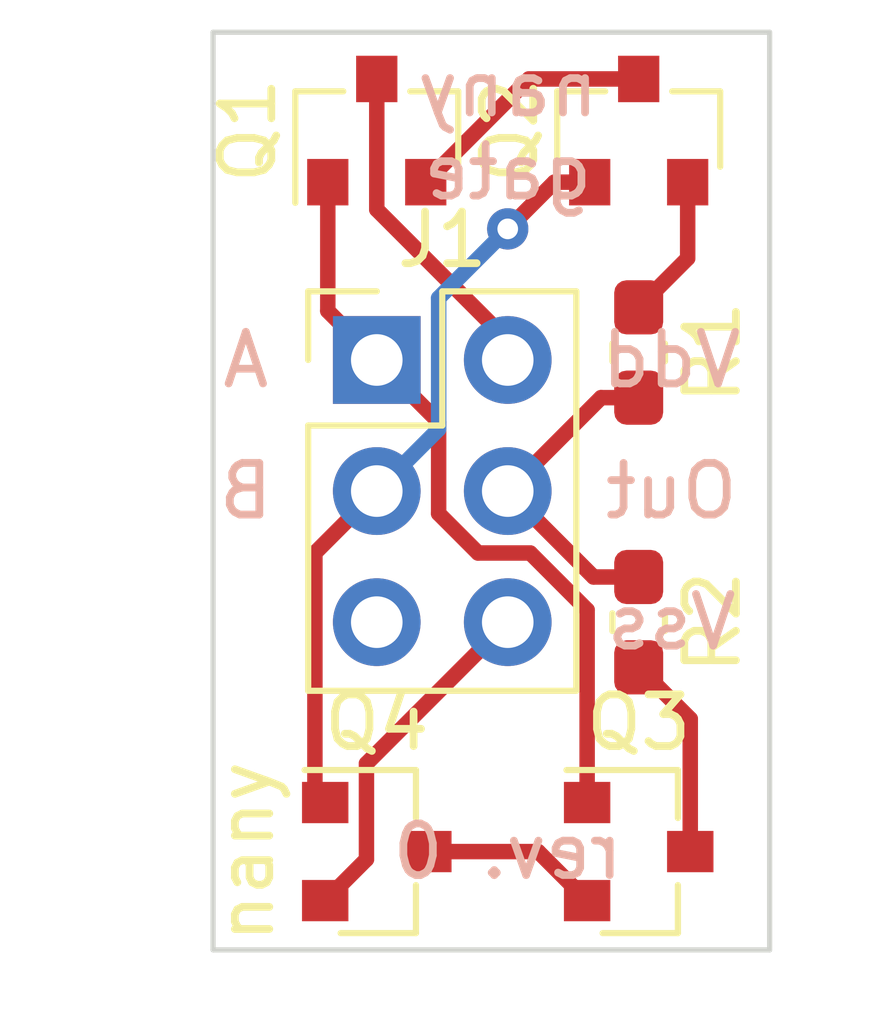
<source format=kicad_pcb>
(kicad_pcb (version 20171130) (host pcbnew 5.1.6)

  (general
    (thickness 1.6)
    (drawings 12)
    (tracks 36)
    (zones 0)
    (modules 7)
    (nets 11)
  )

  (page A4)
  (layers
    (0 F.Cu signal)
    (31 B.Cu signal)
    (32 B.Adhes user)
    (33 F.Adhes user)
    (34 B.Paste user)
    (35 F.Paste user)
    (36 B.SilkS user)
    (37 F.SilkS user)
    (38 B.Mask user)
    (39 F.Mask user)
    (40 Dwgs.User user)
    (41 Cmts.User user)
    (42 Eco1.User user)
    (43 Eco2.User user)
    (44 Edge.Cuts user)
    (45 Margin user)
    (46 B.CrtYd user)
    (47 F.CrtYd user)
    (48 B.Fab user)
    (49 F.Fab user)
  )

  (setup
    (last_trace_width 0.25)
    (user_trace_width 0.3)
    (trace_clearance 0.2)
    (zone_clearance 0.508)
    (zone_45_only no)
    (trace_min 0.2)
    (via_size 0.8)
    (via_drill 0.4)
    (via_min_size 0.4)
    (via_min_drill 0.3)
    (uvia_size 0.3)
    (uvia_drill 0.1)
    (uvias_allowed no)
    (uvia_min_size 0.2)
    (uvia_min_drill 0.1)
    (edge_width 0.05)
    (segment_width 0.2)
    (pcb_text_width 0.3)
    (pcb_text_size 1.5 1.5)
    (mod_edge_width 0.12)
    (mod_text_size 1 1)
    (mod_text_width 0.15)
    (pad_size 1.524 1.524)
    (pad_drill 0.762)
    (pad_to_mask_clearance 0.05)
    (aux_axis_origin 0 0)
    (visible_elements FFFFFF7F)
    (pcbplotparams
      (layerselection 0x010fc_ffffffff)
      (usegerberextensions false)
      (usegerberattributes true)
      (usegerberadvancedattributes true)
      (creategerberjobfile true)
      (excludeedgelayer true)
      (linewidth 0.100000)
      (plotframeref false)
      (viasonmask false)
      (mode 1)
      (useauxorigin false)
      (hpglpennumber 1)
      (hpglpenspeed 20)
      (hpglpendiameter 15.000000)
      (psnegative false)
      (psa4output false)
      (plotreference true)
      (plotvalue true)
      (plotinvisibletext false)
      (padsonsilk false)
      (subtractmaskfromsilk false)
      (outputformat 1)
      (mirror false)
      (drillshape 0)
      (scaleselection 1)
      (outputdirectory ""))
  )

  (net 0 "")
  (net 1 Vss)
  (net 2 "Net-(J1-Pad5)")
  (net 3 Out)
  (net 4 B)
  (net 5 Vdd)
  (net 6 A)
  (net 7 "Net-(Q1-Pad2)")
  (net 8 "Net-(Q2-Pad2)")
  (net 9 "Net-(Q3-Pad3)")
  (net 10 "Net-(Q3-Pad2)")

  (net_class Default "This is the default net class."
    (clearance 0.2)
    (trace_width 0.25)
    (via_dia 0.8)
    (via_drill 0.4)
    (uvia_dia 0.3)
    (uvia_drill 0.1)
    (add_net A)
    (add_net B)
    (add_net "Net-(J1-Pad5)")
    (add_net "Net-(Q1-Pad2)")
    (add_net "Net-(Q2-Pad2)")
    (add_net "Net-(Q3-Pad2)")
    (add_net "Net-(Q3-Pad3)")
    (add_net Out)
    (add_net Vdd)
    (add_net Vss)
  )

  (module Resistor_SMD:R_0603_1608Metric_Pad1.05x0.95mm_HandSolder (layer F.Cu) (tedit 5B301BBD) (tstamp 5FDEFD7A)
    (at 99.695 53.975 270)
    (descr "Resistor SMD 0603 (1608 Metric), square (rectangular) end terminal, IPC_7351 nominal with elongated pad for handsoldering. (Body size source: http://www.tortai-tech.com/upload/download/2011102023233369053.pdf), generated with kicad-footprint-generator")
    (tags "resistor handsolder")
    (path /5FDF3BDC)
    (attr smd)
    (fp_text reference R2 (at 0 -1.43 90) (layer F.SilkS)
      (effects (font (size 1 1) (thickness 0.15)))
    )
    (fp_text value 12k (at 0 1.43 90) (layer F.Fab)
      (effects (font (size 1 1) (thickness 0.15)))
    )
    (fp_line (start 1.65 0.73) (end -1.65 0.73) (layer F.CrtYd) (width 0.05))
    (fp_line (start 1.65 -0.73) (end 1.65 0.73) (layer F.CrtYd) (width 0.05))
    (fp_line (start -1.65 -0.73) (end 1.65 -0.73) (layer F.CrtYd) (width 0.05))
    (fp_line (start -1.65 0.73) (end -1.65 -0.73) (layer F.CrtYd) (width 0.05))
    (fp_line (start -0.171267 0.51) (end 0.171267 0.51) (layer F.SilkS) (width 0.12))
    (fp_line (start -0.171267 -0.51) (end 0.171267 -0.51) (layer F.SilkS) (width 0.12))
    (fp_line (start 0.8 0.4) (end -0.8 0.4) (layer F.Fab) (width 0.1))
    (fp_line (start 0.8 -0.4) (end 0.8 0.4) (layer F.Fab) (width 0.1))
    (fp_line (start -0.8 -0.4) (end 0.8 -0.4) (layer F.Fab) (width 0.1))
    (fp_line (start -0.8 0.4) (end -0.8 -0.4) (layer F.Fab) (width 0.1))
    (fp_text user %R (at 0 0 90) (layer F.Fab)
      (effects (font (size 0.4 0.4) (thickness 0.06)))
    )
    (pad 2 smd roundrect (at 0.875 0 270) (size 1.05 0.95) (layers F.Cu F.Paste F.Mask) (roundrect_rratio 0.25)
      (net 9 "Net-(Q3-Pad3)"))
    (pad 1 smd roundrect (at -0.875 0 270) (size 1.05 0.95) (layers F.Cu F.Paste F.Mask) (roundrect_rratio 0.25)
      (net 3 Out))
    (model ${KISYS3DMOD}/Resistor_SMD.3dshapes/R_0603_1608Metric.wrl
      (at (xyz 0 0 0))
      (scale (xyz 1 1 1))
      (rotate (xyz 0 0 0))
    )
  )

  (module Resistor_SMD:R_0603_1608Metric_Pad1.05x0.95mm_HandSolder (layer F.Cu) (tedit 5B301BBD) (tstamp 5FDEFD69)
    (at 99.695 48.75 270)
    (descr "Resistor SMD 0603 (1608 Metric), square (rectangular) end terminal, IPC_7351 nominal with elongated pad for handsoldering. (Body size source: http://www.tortai-tech.com/upload/download/2011102023233369053.pdf), generated with kicad-footprint-generator")
    (tags "resistor handsolder")
    (path /5FDF21BA)
    (attr smd)
    (fp_text reference R1 (at 0 -1.43 90) (layer F.SilkS)
      (effects (font (size 1 1) (thickness 0.15)))
    )
    (fp_text value 12k (at 0 1.43 90) (layer F.Fab)
      (effects (font (size 1 1) (thickness 0.15)))
    )
    (fp_line (start 1.65 0.73) (end -1.65 0.73) (layer F.CrtYd) (width 0.05))
    (fp_line (start 1.65 -0.73) (end 1.65 0.73) (layer F.CrtYd) (width 0.05))
    (fp_line (start -1.65 -0.73) (end 1.65 -0.73) (layer F.CrtYd) (width 0.05))
    (fp_line (start -1.65 0.73) (end -1.65 -0.73) (layer F.CrtYd) (width 0.05))
    (fp_line (start -0.171267 0.51) (end 0.171267 0.51) (layer F.SilkS) (width 0.12))
    (fp_line (start -0.171267 -0.51) (end 0.171267 -0.51) (layer F.SilkS) (width 0.12))
    (fp_line (start 0.8 0.4) (end -0.8 0.4) (layer F.Fab) (width 0.1))
    (fp_line (start 0.8 -0.4) (end 0.8 0.4) (layer F.Fab) (width 0.1))
    (fp_line (start -0.8 -0.4) (end 0.8 -0.4) (layer F.Fab) (width 0.1))
    (fp_line (start -0.8 0.4) (end -0.8 -0.4) (layer F.Fab) (width 0.1))
    (fp_text user %R (at 0 0 90) (layer F.Fab)
      (effects (font (size 0.4 0.4) (thickness 0.06)))
    )
    (pad 2 smd roundrect (at 0.875 0 270) (size 1.05 0.95) (layers F.Cu F.Paste F.Mask) (roundrect_rratio 0.25)
      (net 3 Out))
    (pad 1 smd roundrect (at -0.875 0 270) (size 1.05 0.95) (layers F.Cu F.Paste F.Mask) (roundrect_rratio 0.25)
      (net 8 "Net-(Q2-Pad2)"))
    (model ${KISYS3DMOD}/Resistor_SMD.3dshapes/R_0603_1608Metric.wrl
      (at (xyz 0 0 0))
      (scale (xyz 1 1 1))
      (rotate (xyz 0 0 0))
    )
  )

  (module Package_TO_SOT_SMD:SOT-23 (layer F.Cu) (tedit 5A02FF57) (tstamp 5FDEFD58)
    (at 94.615 58.42)
    (descr "SOT-23, Standard")
    (tags SOT-23)
    (path /5FDF9392)
    (attr smd)
    (fp_text reference Q4 (at 0 -2.5) (layer F.SilkS)
      (effects (font (size 1 1) (thickness 0.15)))
    )
    (fp_text value 2N7002 (at 0 2.5) (layer F.Fab)
      (effects (font (size 1 1) (thickness 0.15)))
    )
    (fp_line (start -0.7 -0.95) (end -0.7 1.5) (layer F.Fab) (width 0.1))
    (fp_line (start -0.15 -1.52) (end 0.7 -1.52) (layer F.Fab) (width 0.1))
    (fp_line (start -0.7 -0.95) (end -0.15 -1.52) (layer F.Fab) (width 0.1))
    (fp_line (start 0.7 -1.52) (end 0.7 1.52) (layer F.Fab) (width 0.1))
    (fp_line (start -0.7 1.52) (end 0.7 1.52) (layer F.Fab) (width 0.1))
    (fp_line (start 0.76 1.58) (end 0.76 0.65) (layer F.SilkS) (width 0.12))
    (fp_line (start 0.76 -1.58) (end 0.76 -0.65) (layer F.SilkS) (width 0.12))
    (fp_line (start -1.7 -1.75) (end 1.7 -1.75) (layer F.CrtYd) (width 0.05))
    (fp_line (start 1.7 -1.75) (end 1.7 1.75) (layer F.CrtYd) (width 0.05))
    (fp_line (start 1.7 1.75) (end -1.7 1.75) (layer F.CrtYd) (width 0.05))
    (fp_line (start -1.7 1.75) (end -1.7 -1.75) (layer F.CrtYd) (width 0.05))
    (fp_line (start 0.76 -1.58) (end -1.4 -1.58) (layer F.SilkS) (width 0.12))
    (fp_line (start 0.76 1.58) (end -0.7 1.58) (layer F.SilkS) (width 0.12))
    (fp_text user %R (at 0 0 90) (layer F.Fab)
      (effects (font (size 0.5 0.5) (thickness 0.075)))
    )
    (pad 1 smd rect (at -1 -0.95) (size 0.9 0.8) (layers F.Cu F.Paste F.Mask)
      (net 4 B))
    (pad 2 smd rect (at -1 0.95) (size 0.9 0.8) (layers F.Cu F.Paste F.Mask)
      (net 1 Vss))
    (pad 3 smd rect (at 1 0) (size 0.9 0.8) (layers F.Cu F.Paste F.Mask)
      (net 10 "Net-(Q3-Pad2)"))
    (model ${KISYS3DMOD}/Package_TO_SOT_SMD.3dshapes/SOT-23.wrl
      (at (xyz 0 0 0))
      (scale (xyz 1 1 1))
      (rotate (xyz 0 0 0))
    )
  )

  (module Package_TO_SOT_SMD:SOT-23 (layer F.Cu) (tedit 5A02FF57) (tstamp 5FDEFD43)
    (at 99.695 58.42)
    (descr "SOT-23, Standard")
    (tags SOT-23)
    (path /5FDF3E31)
    (attr smd)
    (fp_text reference Q3 (at 0 -2.5) (layer F.SilkS)
      (effects (font (size 1 1) (thickness 0.15)))
    )
    (fp_text value 2N7002 (at 0 2.5) (layer F.Fab)
      (effects (font (size 1 1) (thickness 0.15)))
    )
    (fp_line (start -0.7 -0.95) (end -0.7 1.5) (layer F.Fab) (width 0.1))
    (fp_line (start -0.15 -1.52) (end 0.7 -1.52) (layer F.Fab) (width 0.1))
    (fp_line (start -0.7 -0.95) (end -0.15 -1.52) (layer F.Fab) (width 0.1))
    (fp_line (start 0.7 -1.52) (end 0.7 1.52) (layer F.Fab) (width 0.1))
    (fp_line (start -0.7 1.52) (end 0.7 1.52) (layer F.Fab) (width 0.1))
    (fp_line (start 0.76 1.58) (end 0.76 0.65) (layer F.SilkS) (width 0.12))
    (fp_line (start 0.76 -1.58) (end 0.76 -0.65) (layer F.SilkS) (width 0.12))
    (fp_line (start -1.7 -1.75) (end 1.7 -1.75) (layer F.CrtYd) (width 0.05))
    (fp_line (start 1.7 -1.75) (end 1.7 1.75) (layer F.CrtYd) (width 0.05))
    (fp_line (start 1.7 1.75) (end -1.7 1.75) (layer F.CrtYd) (width 0.05))
    (fp_line (start -1.7 1.75) (end -1.7 -1.75) (layer F.CrtYd) (width 0.05))
    (fp_line (start 0.76 -1.58) (end -1.4 -1.58) (layer F.SilkS) (width 0.12))
    (fp_line (start 0.76 1.58) (end -0.7 1.58) (layer F.SilkS) (width 0.12))
    (fp_text user %R (at 0 0 90) (layer F.Fab)
      (effects (font (size 0.5 0.5) (thickness 0.075)))
    )
    (pad 1 smd rect (at -1 -0.95) (size 0.9 0.8) (layers F.Cu F.Paste F.Mask)
      (net 6 A))
    (pad 2 smd rect (at -1 0.95) (size 0.9 0.8) (layers F.Cu F.Paste F.Mask)
      (net 10 "Net-(Q3-Pad2)"))
    (pad 3 smd rect (at 1 0) (size 0.9 0.8) (layers F.Cu F.Paste F.Mask)
      (net 9 "Net-(Q3-Pad3)"))
    (model ${KISYS3DMOD}/Package_TO_SOT_SMD.3dshapes/SOT-23.wrl
      (at (xyz 0 0 0))
      (scale (xyz 1 1 1))
      (rotate (xyz 0 0 0))
    )
  )

  (module Package_TO_SOT_SMD:SOT-23 (layer F.Cu) (tedit 5A02FF57) (tstamp 5FDEFD2E)
    (at 99.695 44.45 90)
    (descr "SOT-23, Standard")
    (tags SOT-23)
    (path /5FDEF878)
    (attr smd)
    (fp_text reference Q2 (at 0 -2.5 90) (layer F.SilkS)
      (effects (font (size 1 1) (thickness 0.15)))
    )
    (fp_text value BSS84 (at 0 2.5 90) (layer F.Fab)
      (effects (font (size 1 1) (thickness 0.15)))
    )
    (fp_line (start 0.76 1.58) (end -0.7 1.58) (layer F.SilkS) (width 0.12))
    (fp_line (start 0.76 -1.58) (end -1.4 -1.58) (layer F.SilkS) (width 0.12))
    (fp_line (start -1.7 1.75) (end -1.7 -1.75) (layer F.CrtYd) (width 0.05))
    (fp_line (start 1.7 1.75) (end -1.7 1.75) (layer F.CrtYd) (width 0.05))
    (fp_line (start 1.7 -1.75) (end 1.7 1.75) (layer F.CrtYd) (width 0.05))
    (fp_line (start -1.7 -1.75) (end 1.7 -1.75) (layer F.CrtYd) (width 0.05))
    (fp_line (start 0.76 -1.58) (end 0.76 -0.65) (layer F.SilkS) (width 0.12))
    (fp_line (start 0.76 1.58) (end 0.76 0.65) (layer F.SilkS) (width 0.12))
    (fp_line (start -0.7 1.52) (end 0.7 1.52) (layer F.Fab) (width 0.1))
    (fp_line (start 0.7 -1.52) (end 0.7 1.52) (layer F.Fab) (width 0.1))
    (fp_line (start -0.7 -0.95) (end -0.15 -1.52) (layer F.Fab) (width 0.1))
    (fp_line (start -0.15 -1.52) (end 0.7 -1.52) (layer F.Fab) (width 0.1))
    (fp_line (start -0.7 -0.95) (end -0.7 1.5) (layer F.Fab) (width 0.1))
    (fp_text user %R (at 0 0) (layer F.Fab)
      (effects (font (size 0.5 0.5) (thickness 0.075)))
    )
    (pad 3 smd rect (at 1 0 90) (size 0.9 0.8) (layers F.Cu F.Paste F.Mask)
      (net 7 "Net-(Q1-Pad2)"))
    (pad 2 smd rect (at -1 0.95 90) (size 0.9 0.8) (layers F.Cu F.Paste F.Mask)
      (net 8 "Net-(Q2-Pad2)"))
    (pad 1 smd rect (at -1 -0.95 90) (size 0.9 0.8) (layers F.Cu F.Paste F.Mask)
      (net 4 B))
    (model ${KISYS3DMOD}/Package_TO_SOT_SMD.3dshapes/SOT-23.wrl
      (at (xyz 0 0 0))
      (scale (xyz 1 1 1))
      (rotate (xyz 0 0 0))
    )
  )

  (module Package_TO_SOT_SMD:SOT-23 (layer F.Cu) (tedit 5A02FF57) (tstamp 5FDEFD19)
    (at 94.615 44.45 90)
    (descr "SOT-23, Standard")
    (tags SOT-23)
    (path /5FDEED31)
    (attr smd)
    (fp_text reference Q1 (at 0 -2.5 90) (layer F.SilkS)
      (effects (font (size 1 1) (thickness 0.15)))
    )
    (fp_text value BSS84 (at 0 2.5 90) (layer F.Fab)
      (effects (font (size 1 1) (thickness 0.15)))
    )
    (fp_line (start 0.76 1.58) (end -0.7 1.58) (layer F.SilkS) (width 0.12))
    (fp_line (start 0.76 -1.58) (end -1.4 -1.58) (layer F.SilkS) (width 0.12))
    (fp_line (start -1.7 1.75) (end -1.7 -1.75) (layer F.CrtYd) (width 0.05))
    (fp_line (start 1.7 1.75) (end -1.7 1.75) (layer F.CrtYd) (width 0.05))
    (fp_line (start 1.7 -1.75) (end 1.7 1.75) (layer F.CrtYd) (width 0.05))
    (fp_line (start -1.7 -1.75) (end 1.7 -1.75) (layer F.CrtYd) (width 0.05))
    (fp_line (start 0.76 -1.58) (end 0.76 -0.65) (layer F.SilkS) (width 0.12))
    (fp_line (start 0.76 1.58) (end 0.76 0.65) (layer F.SilkS) (width 0.12))
    (fp_line (start -0.7 1.52) (end 0.7 1.52) (layer F.Fab) (width 0.1))
    (fp_line (start 0.7 -1.52) (end 0.7 1.52) (layer F.Fab) (width 0.1))
    (fp_line (start -0.7 -0.95) (end -0.15 -1.52) (layer F.Fab) (width 0.1))
    (fp_line (start -0.15 -1.52) (end 0.7 -1.52) (layer F.Fab) (width 0.1))
    (fp_line (start -0.7 -0.95) (end -0.7 1.5) (layer F.Fab) (width 0.1))
    (fp_text user %R (at 0 0) (layer F.Fab)
      (effects (font (size 0.5 0.5) (thickness 0.075)))
    )
    (pad 3 smd rect (at 1 0 90) (size 0.9 0.8) (layers F.Cu F.Paste F.Mask)
      (net 5 Vdd))
    (pad 2 smd rect (at -1 0.95 90) (size 0.9 0.8) (layers F.Cu F.Paste F.Mask)
      (net 7 "Net-(Q1-Pad2)"))
    (pad 1 smd rect (at -1 -0.95 90) (size 0.9 0.8) (layers F.Cu F.Paste F.Mask)
      (net 6 A))
    (model ${KISYS3DMOD}/Package_TO_SOT_SMD.3dshapes/SOT-23.wrl
      (at (xyz 0 0 0))
      (scale (xyz 1 1 1))
      (rotate (xyz 0 0 0))
    )
  )

  (module Connector_PinHeader_2.54mm:PinHeader_2x03_P2.54mm_Vertical (layer F.Cu) (tedit 59FED5CC) (tstamp 5FDEFD04)
    (at 94.615 48.895)
    (descr "Through hole straight pin header, 2x03, 2.54mm pitch, double rows")
    (tags "Through hole pin header THT 2x03 2.54mm double row")
    (path /5FE0640C)
    (fp_text reference J1 (at 1.27 -2.33) (layer F.SilkS)
      (effects (font (size 1 1) (thickness 0.15)))
    )
    (fp_text value Conn_02x03_Odd_Even (at 1.27 7.41) (layer F.Fab)
      (effects (font (size 1 1) (thickness 0.15)))
    )
    (fp_line (start 4.35 -1.8) (end -1.8 -1.8) (layer F.CrtYd) (width 0.05))
    (fp_line (start 4.35 6.85) (end 4.35 -1.8) (layer F.CrtYd) (width 0.05))
    (fp_line (start -1.8 6.85) (end 4.35 6.85) (layer F.CrtYd) (width 0.05))
    (fp_line (start -1.8 -1.8) (end -1.8 6.85) (layer F.CrtYd) (width 0.05))
    (fp_line (start -1.33 -1.33) (end 0 -1.33) (layer F.SilkS) (width 0.12))
    (fp_line (start -1.33 0) (end -1.33 -1.33) (layer F.SilkS) (width 0.12))
    (fp_line (start 1.27 -1.33) (end 3.87 -1.33) (layer F.SilkS) (width 0.12))
    (fp_line (start 1.27 1.27) (end 1.27 -1.33) (layer F.SilkS) (width 0.12))
    (fp_line (start -1.33 1.27) (end 1.27 1.27) (layer F.SilkS) (width 0.12))
    (fp_line (start 3.87 -1.33) (end 3.87 6.41) (layer F.SilkS) (width 0.12))
    (fp_line (start -1.33 1.27) (end -1.33 6.41) (layer F.SilkS) (width 0.12))
    (fp_line (start -1.33 6.41) (end 3.87 6.41) (layer F.SilkS) (width 0.12))
    (fp_line (start -1.27 0) (end 0 -1.27) (layer F.Fab) (width 0.1))
    (fp_line (start -1.27 6.35) (end -1.27 0) (layer F.Fab) (width 0.1))
    (fp_line (start 3.81 6.35) (end -1.27 6.35) (layer F.Fab) (width 0.1))
    (fp_line (start 3.81 -1.27) (end 3.81 6.35) (layer F.Fab) (width 0.1))
    (fp_line (start 0 -1.27) (end 3.81 -1.27) (layer F.Fab) (width 0.1))
    (fp_text user %R (at 1.27 2.54 90) (layer F.Fab)
      (effects (font (size 1 1) (thickness 0.15)))
    )
    (pad 6 thru_hole oval (at 2.54 5.08) (size 1.7 1.7) (drill 1) (layers *.Cu *.Mask)
      (net 1 Vss))
    (pad 5 thru_hole oval (at 0 5.08) (size 1.7 1.7) (drill 1) (layers *.Cu *.Mask)
      (net 2 "Net-(J1-Pad5)"))
    (pad 4 thru_hole oval (at 2.54 2.54) (size 1.7 1.7) (drill 1) (layers *.Cu *.Mask)
      (net 3 Out))
    (pad 3 thru_hole oval (at 0 2.54) (size 1.7 1.7) (drill 1) (layers *.Cu *.Mask)
      (net 4 B))
    (pad 2 thru_hole oval (at 2.54 0) (size 1.7 1.7) (drill 1) (layers *.Cu *.Mask)
      (net 5 Vdd))
    (pad 1 thru_hole rect (at 0 0) (size 1.7 1.7) (drill 1) (layers *.Cu *.Mask)
      (net 6 A))
    (model ${KISYS3DMOD}/Connector_PinHeader_2.54mm.3dshapes/PinHeader_2x03_P2.54mm_Vertical.wrl
      (at (xyz 0 0 0))
      (scale (xyz 1 1 1))
      (rotate (xyz 0 0 0))
    )
  )

  (gr_text "rev. 0" (at 97.155 58.42) (layer B.SilkS)
    (effects (font (size 1 1) (thickness 0.15)) (justify mirror))
  )
  (gr_text A (at 92.075 48.895) (layer B.SilkS)
    (effects (font (size 1 1) (thickness 0.15)) (justify mirror))
  )
  (gr_text B (at 92.075 51.435) (layer B.SilkS)
    (effects (font (size 1 1) (thickness 0.15)) (justify mirror))
  )
  (gr_text Vss (at 100.33 53.975) (layer B.SilkS)
    (effects (font (size 1 1) (thickness 0.15)) (justify mirror))
  )
  (gr_text Out (at 100.33 51.435) (layer B.SilkS)
    (effects (font (size 1 1) (thickness 0.15)) (justify mirror))
  )
  (gr_text Vdd (at 100.33 48.895) (layer B.SilkS)
    (effects (font (size 1 1) (thickness 0.15)) (justify mirror))
  )
  (gr_text "nany\ngate" (at 97.155 44.45) (layer B.SilkS)
    (effects (font (size 1 1) (thickness 0.15)) (justify mirror))
  )
  (gr_line (start 102.235 42.545) (end 102.235 60.325) (layer Edge.Cuts) (width 0.1))
  (gr_line (start 91.44 42.545) (end 102.235 42.545) (layer Edge.Cuts) (width 0.1))
  (gr_line (start 91.44 60.325) (end 91.44 42.545) (layer Edge.Cuts) (width 0.1))
  (gr_line (start 102.235 60.325) (end 91.44 60.325) (layer Edge.Cuts) (width 0.1))
  (gr_text "nany\n" (at 92.075 58.42 90) (layer F.SilkS)
    (effects (font (size 1 1) (thickness 0.15)))
  )

  (segment (start 94.415001 56.714999) (end 97.155 53.975) (width 0.3) (layer F.Cu) (net 1))
  (segment (start 94.415001 58.569999) (end 94.415001 56.714999) (width 0.3) (layer F.Cu) (net 1))
  (segment (start 93.615 59.37) (end 94.415001 58.569999) (width 0.3) (layer F.Cu) (net 1))
  (segment (start 98.82 53.1) (end 97.155 51.435) (width 0.3) (layer F.Cu) (net 3))
  (segment (start 99.695 53.1) (end 98.82 53.1) (width 0.3) (layer F.Cu) (net 3))
  (segment (start 98.965 49.625) (end 97.155 51.435) (width 0.3) (layer F.Cu) (net 3))
  (segment (start 99.695 49.625) (end 98.965 49.625) (width 0.3) (layer F.Cu) (net 3))
  (segment (start 93.414999 52.635001) (end 94.615 51.435) (width 0.3) (layer F.Cu) (net 4))
  (segment (start 93.414999 57.269999) (end 93.414999 52.635001) (width 0.3) (layer F.Cu) (net 4))
  (segment (start 93.615 57.47) (end 93.414999 57.269999) (width 0.3) (layer F.Cu) (net 4))
  (segment (start 98.745 45.45) (end 98.06 45.45) (width 0.3) (layer F.Cu) (net 4))
  (segment (start 98.06 45.45) (end 97.155 46.355) (width 0.3) (layer F.Cu) (net 4))
  (segment (start 97.155 46.355) (end 97.155 46.355) (width 0.3) (layer F.Cu) (net 4) (tstamp 5FDF07C7))
  (via (at 97.155 46.355) (size 0.8) (drill 0.4) (layers F.Cu B.Cu) (net 4))
  (segment (start 95.815001 50.234999) (end 94.615 51.435) (width 0.3) (layer B.Cu) (net 4))
  (segment (start 95.815001 47.694999) (end 95.815001 50.234999) (width 0.3) (layer B.Cu) (net 4))
  (segment (start 97.155 46.355) (end 95.815001 47.694999) (width 0.3) (layer B.Cu) (net 4))
  (segment (start 97.155 48.520002) (end 97.155 48.895) (width 0.3) (layer F.Cu) (net 5))
  (segment (start 94.615 45.980002) (end 97.155 48.520002) (width 0.3) (layer F.Cu) (net 5))
  (segment (start 94.615 43.45) (end 94.615 45.980002) (width 0.3) (layer F.Cu) (net 5))
  (segment (start 95.815001 50.095001) (end 94.615 48.895) (width 0.3) (layer F.Cu) (net 6))
  (segment (start 95.815001 51.871003) (end 95.815001 50.095001) (width 0.3) (layer F.Cu) (net 6))
  (segment (start 96.578999 52.635001) (end 95.815001 51.871003) (width 0.3) (layer F.Cu) (net 6))
  (segment (start 97.591003 52.635001) (end 96.578999 52.635001) (width 0.3) (layer F.Cu) (net 6))
  (segment (start 98.695 53.738998) (end 97.591003 52.635001) (width 0.3) (layer F.Cu) (net 6))
  (segment (start 98.695 57.47) (end 98.695 53.738998) (width 0.3) (layer F.Cu) (net 6))
  (segment (start 93.665 47.945) (end 94.615 48.895) (width 0.3) (layer F.Cu) (net 6))
  (segment (start 93.665 45.45) (end 93.665 47.945) (width 0.3) (layer F.Cu) (net 6))
  (segment (start 97.565 43.45) (end 95.565 45.45) (width 0.3) (layer F.Cu) (net 7))
  (segment (start 99.695 43.45) (end 97.565 43.45) (width 0.3) (layer F.Cu) (net 7))
  (segment (start 100.645 46.925) (end 99.695 47.875) (width 0.3) (layer F.Cu) (net 8))
  (segment (start 100.645 45.45) (end 100.645 46.925) (width 0.3) (layer F.Cu) (net 8))
  (segment (start 100.695 55.85) (end 99.695 54.85) (width 0.3) (layer F.Cu) (net 9))
  (segment (start 100.695 58.42) (end 100.695 55.85) (width 0.3) (layer F.Cu) (net 9))
  (segment (start 97.745 58.42) (end 98.695 59.37) (width 0.3) (layer F.Cu) (net 10))
  (segment (start 95.615 58.42) (end 97.745 58.42) (width 0.3) (layer F.Cu) (net 10))

)

</source>
